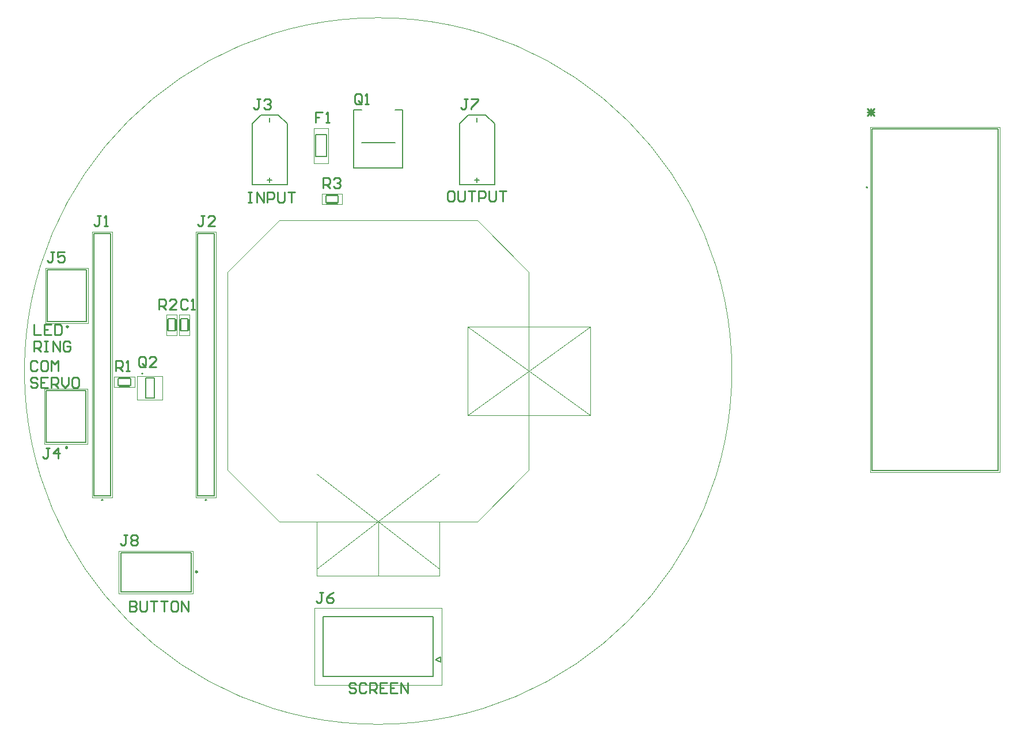
<source format=gto>
G04*
G04 #@! TF.GenerationSoftware,Altium Limited,Altium Designer,20.0.10 (225)*
G04*
G04 Layer_Color=65535*
%FSLAX25Y25*%
%MOIN*%
G70*
G01*
G75*
%ADD10C,0.01181*%
%ADD11C,0.00787*%
%ADD12C,0.00500*%
%ADD13C,0.00600*%
%ADD14C,0.01000*%
%ADD15C,0.00050*%
%ADD16C,0.00394*%
%ADD17C,0.00197*%
D10*
X56287Y191890D02*
G03*
X56287Y191890I-394J0D01*
G01*
X56787Y261890D02*
G03*
X56787Y261890I-394J0D01*
G01*
X131504Y119894D02*
G03*
X131504Y119894I-394J0D01*
G01*
X56287Y191890D02*
G03*
X56287Y191890I-394J0D01*
G01*
X56787Y261890D02*
G03*
X56787Y261890I-394J0D01*
G01*
X131504Y119894D02*
G03*
X131504Y119894I-394J0D01*
G01*
D11*
X519524Y342622D02*
G03*
X519524Y342622I-394J0D01*
G01*
X136894Y161437D02*
G03*
X136894Y161437I-394J0D01*
G01*
X76894D02*
G03*
X76894Y161437I-394J0D01*
G01*
X100167Y234751D02*
G03*
X100167Y234751I-394J0D01*
G01*
X141250Y163996D02*
Y316004D01*
X131750Y163996D02*
Y316004D01*
X141250D01*
X131750Y163996D02*
X141250D01*
X81250D02*
Y316004D01*
X71750Y163996D02*
Y316004D01*
X81250D01*
X71750Y163996D02*
X81250D01*
X519524Y342622D02*
G03*
X519524Y342622I-394J0D01*
G01*
X136894Y161437D02*
G03*
X136894Y161437I-394J0D01*
G01*
X76894D02*
G03*
X76894Y161437I-394J0D01*
G01*
X100167Y234751D02*
G03*
X100167Y234751I-394J0D01*
G01*
D12*
X44161Y195000D02*
Y225000D01*
Y195000D02*
X66996D01*
Y225000D01*
X44161D02*
X66996D01*
X119534Y259850D02*
Y266150D01*
X114101Y259850D02*
Y266150D01*
X206449Y363734D02*
Y369876D01*
X200150Y363734D02*
Y369876D01*
X522004Y376658D02*
X594996D01*
X522004Y178665D02*
Y376658D01*
X594996Y178665D02*
Y376658D01*
X522004Y178665D02*
X594996D01*
X206350Y338717D02*
X212650D01*
X206350Y333283D02*
X212650D01*
X173500Y380500D02*
Y383000D01*
Y345602D02*
Y348358D01*
X172122Y347000D02*
X174878D01*
X163264Y344421D02*
Y379500D01*
X168500Y384579D01*
X178500D01*
X183736Y379500D01*
Y344421D02*
Y379500D01*
X163264Y344421D02*
X183736D01*
X293500Y380500D02*
Y383000D01*
Y345602D02*
Y348358D01*
X292122Y347000D02*
X294878D01*
X283264Y344421D02*
Y379500D01*
X288500Y384579D01*
X298500D01*
X303736Y379500D01*
Y344421D02*
Y379500D01*
X283264Y344421D02*
X303736D01*
X44661Y265000D02*
Y295000D01*
Y265000D02*
X67496D01*
Y295000D01*
X44661D02*
X67496D01*
X204492Y87779D02*
Y93803D01*
X268075D01*
Y87779D02*
Y93803D01*
Y59276D02*
Y81244D01*
X204492Y59276D02*
X268075D01*
X204492D02*
Y81244D01*
X272228Y67425D02*
Y70575D01*
X269472Y69000D02*
X272228Y70575D01*
X269472Y69000D02*
X272228Y67425D01*
X87500Y108161D02*
Y113870D01*
Y125287D02*
Y130996D01*
Y108161D02*
X128000D01*
Y130996D01*
X87500D02*
X128000D01*
X87500Y113870D02*
Y125287D01*
X121283Y259850D02*
Y266150D01*
X126716Y259850D02*
Y266150D01*
X86227Y232716D02*
X92527D01*
X86227Y227284D02*
X92527D01*
X103711Y232133D02*
X106722D01*
X103711Y220715D02*
X106722D01*
Y223963D01*
Y228885D02*
Y232133D01*
X44161Y195000D02*
Y225000D01*
X66996D01*
Y195000D02*
Y225000D01*
X44161Y195000D02*
X66996D01*
X118786Y259457D02*
Y266543D01*
X114849Y259457D02*
Y266543D01*
Y259457D02*
X118786D01*
X114849Y266543D02*
X118786D01*
X200150Y373104D02*
X206449D01*
X200150Y360506D02*
X206449D01*
Y373104D01*
X200150Y360506D02*
Y373104D01*
X522004Y376658D02*
X594996D01*
Y178665D02*
Y376658D01*
X522004Y178665D02*
X594996D01*
X522004D02*
Y376658D01*
X205957Y337968D02*
X213043D01*
X205957Y334032D02*
X213043D01*
Y337968D01*
X205957Y334032D02*
Y337968D01*
X44661Y265000D02*
Y295000D01*
X67496D01*
Y265000D02*
Y295000D01*
X44661Y265000D02*
X67496D01*
X204492Y59276D02*
X268075D01*
Y93803D01*
X204492D02*
X268075D01*
X204492Y59276D02*
Y93803D01*
X272228Y67425D02*
Y70575D01*
X269472Y69000D02*
X272228Y70575D01*
X269472Y69000D02*
X272228Y67425D01*
X87500Y108161D02*
X128000D01*
X87500D02*
Y131000D01*
X128000D01*
Y108161D02*
Y131000D01*
X122031Y259457D02*
Y266543D01*
X125969Y259457D02*
Y266543D01*
X122031D02*
X125969D01*
X122031Y259457D02*
X125969D01*
X85834Y231968D02*
X92920D01*
X85834Y228031D02*
X92920D01*
Y231968D01*
X85834Y228031D02*
Y231968D01*
X101604Y232133D02*
X106722D01*
X101604Y220715D02*
Y232133D01*
Y220715D02*
X106722D01*
Y232133D01*
D13*
X250500Y354000D02*
Y387500D01*
X222000Y354000D02*
Y387500D01*
X226800D01*
X246200D02*
X250500D01*
X222000Y354000D02*
X250500D01*
X226800Y368700D02*
X246200D01*
D14*
X38999Y241096D02*
X37999Y242096D01*
X36000D01*
X35000Y241096D01*
Y237097D01*
X36000Y236098D01*
X37999D01*
X38999Y237097D01*
X43997Y242096D02*
X41998D01*
X40998Y241096D01*
Y237097D01*
X41998Y236098D01*
X43997D01*
X44997Y237097D01*
Y241096D01*
X43997Y242096D01*
X46996Y236098D02*
Y242096D01*
X48996Y240096D01*
X50995Y242096D01*
Y236098D01*
X38999Y231498D02*
X37999Y232498D01*
X36000D01*
X35000Y231498D01*
Y230499D01*
X36000Y229499D01*
X37999D01*
X38999Y228499D01*
Y227500D01*
X37999Y226500D01*
X36000D01*
X35000Y227500D01*
X44997Y232498D02*
X40998D01*
Y226500D01*
X44997D01*
X40998Y229499D02*
X42997D01*
X46996Y226500D02*
Y232498D01*
X49995D01*
X50995Y231498D01*
Y229499D01*
X49995Y228499D01*
X46996D01*
X48996D02*
X50995Y226500D01*
X52994Y232498D02*
Y228499D01*
X54993Y226500D01*
X56993Y228499D01*
Y232498D01*
X61991D02*
X59992D01*
X58992Y231498D01*
Y227500D01*
X59992Y226500D01*
X61991D01*
X62991Y227500D01*
Y231498D01*
X61991Y232498D01*
X37000Y263096D02*
Y257098D01*
X40999D01*
X46997Y263096D02*
X42998D01*
Y257098D01*
X46997D01*
X42998Y260097D02*
X44997D01*
X48996Y263096D02*
Y257098D01*
X51995D01*
X52995Y258097D01*
Y262096D01*
X51995Y263096D01*
X48996D01*
X37000Y247500D02*
Y253498D01*
X39999D01*
X40999Y252498D01*
Y250499D01*
X39999Y249499D01*
X37000D01*
X38999D02*
X40999Y247500D01*
X42998Y253498D02*
X44997D01*
X43998D01*
Y247500D01*
X42998D01*
X44997D01*
X47996D02*
Y253498D01*
X51995Y247500D01*
Y253498D01*
X57993Y252498D02*
X56994Y253498D01*
X54994D01*
X53995Y252498D01*
Y248500D01*
X54994Y247500D01*
X56994D01*
X57993Y248500D01*
Y250499D01*
X55994D01*
X279499Y340498D02*
X277500D01*
X276500Y339498D01*
Y335500D01*
X277500Y334500D01*
X279499D01*
X280499Y335500D01*
Y339498D01*
X279499Y340498D01*
X282498D02*
Y335500D01*
X283498Y334500D01*
X285497D01*
X286497Y335500D01*
Y340498D01*
X288496D02*
X292495D01*
X290495D01*
Y334500D01*
X294494D02*
Y340498D01*
X297493D01*
X298493Y339498D01*
Y337499D01*
X297493Y336499D01*
X294494D01*
X300492Y340498D02*
Y335500D01*
X301492Y334500D01*
X303491D01*
X304491Y335500D01*
Y340498D01*
X306490D02*
X310489D01*
X308490D01*
Y334500D01*
X161000Y339998D02*
X162999D01*
X162000D01*
Y334000D01*
X161000D01*
X162999D01*
X165998D02*
Y339998D01*
X169997Y334000D01*
Y339998D01*
X171996Y334000D02*
Y339998D01*
X174996D01*
X175995Y338998D01*
Y336999D01*
X174996Y335999D01*
X171996D01*
X177995Y339998D02*
Y335000D01*
X178994Y334000D01*
X180993D01*
X181993Y335000D01*
Y339998D01*
X183993D02*
X187991D01*
X185992D01*
Y334000D01*
X46000Y191499D02*
X44001D01*
X45001D01*
Y186501D01*
X44001Y185501D01*
X43001D01*
X42002Y186501D01*
X50999Y185501D02*
Y191499D01*
X48000Y188500D01*
X51998D01*
X92500Y102998D02*
Y97000D01*
X95499D01*
X96499Y98000D01*
Y98999D01*
X95499Y99999D01*
X92500D01*
X95499D01*
X96499Y100999D01*
Y101998D01*
X95499Y102998D01*
X92500D01*
X98498D02*
Y98000D01*
X99498Y97000D01*
X101497D01*
X102497Y98000D01*
Y102998D01*
X104496D02*
X108495D01*
X106495D01*
Y97000D01*
X110494Y102998D02*
X114493D01*
X112494D01*
Y97000D01*
X119491Y102998D02*
X117492D01*
X116492Y101998D01*
Y98000D01*
X117492Y97000D01*
X119491D01*
X120491Y98000D01*
Y101998D01*
X119491Y102998D01*
X122490Y97000D02*
Y102998D01*
X126489Y97000D01*
Y102998D01*
X223499Y54498D02*
X222499Y55498D01*
X220500D01*
X219500Y54498D01*
Y53499D01*
X220500Y52499D01*
X222499D01*
X223499Y51499D01*
Y50500D01*
X222499Y49500D01*
X220500D01*
X219500Y50500D01*
X229497Y54498D02*
X228497Y55498D01*
X226498D01*
X225498Y54498D01*
Y50500D01*
X226498Y49500D01*
X228497D01*
X229497Y50500D01*
X231496Y49500D02*
Y55498D01*
X234495D01*
X235495Y54498D01*
Y52499D01*
X234495Y51499D01*
X231496D01*
X233495D02*
X235495Y49500D01*
X241493Y55498D02*
X237494D01*
Y49500D01*
X241493D01*
X237494Y52499D02*
X239493D01*
X247491Y55498D02*
X243492D01*
Y49500D01*
X247491D01*
X243492Y52499D02*
X245492D01*
X249490Y49500D02*
Y55498D01*
X253489Y49500D01*
Y55498D01*
X109502Y272001D02*
Y277999D01*
X112501D01*
X113500Y276999D01*
Y275000D01*
X112501Y274000D01*
X109502D01*
X111501D02*
X113500Y272001D01*
X119498D02*
X115500D01*
X119498Y276000D01*
Y276999D01*
X118499Y277999D01*
X116499D01*
X115500Y276999D01*
X204098Y386103D02*
X200099D01*
Y383104D01*
X202099D01*
X200099D01*
Y380105D01*
X206098D02*
X208097D01*
X207097D01*
Y386103D01*
X206098Y385103D01*
X519350Y388210D02*
X523349Y384211D01*
X519350D02*
X523349Y388210D01*
X519350Y386210D02*
X523349D01*
X521349Y384211D02*
Y388210D01*
X204500Y342100D02*
Y348098D01*
X207499D01*
X208499Y347098D01*
Y345099D01*
X207499Y344099D01*
X204500D01*
X206499D02*
X208499Y342100D01*
X210498Y347098D02*
X211498Y348098D01*
X213497D01*
X214497Y347098D01*
Y346099D01*
X213497Y345099D01*
X212497D01*
X213497D01*
X214497Y344099D01*
Y343100D01*
X213497Y342100D01*
X211498D01*
X210498Y343100D01*
X167999Y393798D02*
X165999D01*
X166999D01*
Y388800D01*
X165999Y387800D01*
X165000D01*
X164000Y388800D01*
X169998Y392798D02*
X170998Y393798D01*
X172997D01*
X173997Y392798D01*
Y391799D01*
X172997Y390799D01*
X171997D01*
X172997D01*
X173997Y389799D01*
Y388800D01*
X172997Y387800D01*
X170998D01*
X169998Y388800D01*
X226699Y391800D02*
Y395798D01*
X225699Y396798D01*
X223700D01*
X222700Y395798D01*
Y391800D01*
X223700Y390800D01*
X225699D01*
X224699Y392799D02*
X226699Y390800D01*
X225699D02*
X226699Y391800D01*
X228698Y390800D02*
X230697D01*
X229698D01*
Y396798D01*
X228698Y395798D01*
X287999Y393798D02*
X285999D01*
X286999D01*
Y388800D01*
X285999Y387800D01*
X285000D01*
X284000Y388800D01*
X289998Y393798D02*
X293997D01*
Y392798D01*
X289998Y388800D01*
Y387800D01*
X135699Y326098D02*
X133699D01*
X134699D01*
Y321100D01*
X133699Y320100D01*
X132700D01*
X131700Y321100D01*
X141697Y320100D02*
X137698D01*
X141697Y324099D01*
Y325098D01*
X140697Y326098D01*
X138698D01*
X137698Y325098D01*
X75699Y326098D02*
X73699D01*
X74699D01*
Y321100D01*
X73699Y320100D01*
X72700D01*
X71700Y321100D01*
X77698Y320100D02*
X79697D01*
X78698D01*
Y326098D01*
X77698Y325098D01*
X48599Y305098D02*
X46599D01*
X47599D01*
Y300100D01*
X46599Y299100D01*
X45600D01*
X44600Y300100D01*
X54597Y305098D02*
X50598D01*
Y302099D01*
X52597Y303099D01*
X53597D01*
X54597Y302099D01*
Y300100D01*
X53597Y299100D01*
X51598D01*
X50598Y300100D01*
X204399Y107898D02*
X202399D01*
X203399D01*
Y102900D01*
X202399Y101900D01*
X201400D01*
X200400Y102900D01*
X210397Y107898D02*
X208397Y106898D01*
X206398Y104899D01*
Y102900D01*
X207398Y101900D01*
X209397D01*
X210397Y102900D01*
Y103899D01*
X209397Y104899D01*
X206398D01*
X90899Y141098D02*
X88899D01*
X89899D01*
Y136100D01*
X88899Y135100D01*
X87900D01*
X86900Y136100D01*
X92898Y140098D02*
X93898Y141098D01*
X95897D01*
X96897Y140098D01*
Y139099D01*
X95897Y138099D01*
X96897Y137099D01*
Y136100D01*
X95897Y135100D01*
X93898D01*
X92898Y136100D01*
Y137099D01*
X93898Y138099D01*
X92898Y139099D01*
Y140098D01*
X93898Y138099D02*
X95897D01*
X125899Y276998D02*
X124899Y277998D01*
X122900D01*
X121900Y276998D01*
Y273000D01*
X122900Y272000D01*
X124899D01*
X125899Y273000D01*
X127898Y272000D02*
X129897D01*
X128898D01*
Y277998D01*
X127898Y276998D01*
X84300Y236100D02*
Y242098D01*
X87299D01*
X88299Y241098D01*
Y239099D01*
X87299Y238099D01*
X84300D01*
X86299D02*
X88299Y236100D01*
X90298D02*
X92297D01*
X91298D01*
Y242098D01*
X90298Y241098D01*
X101700Y239524D02*
Y243522D01*
X100700Y244522D01*
X98701D01*
X97701Y243522D01*
Y239524D01*
X98701Y238524D01*
X100700D01*
X99701Y240523D02*
X101700Y238524D01*
X100700D02*
X101700Y239524D01*
X107698Y238524D02*
X103699D01*
X107698Y242523D01*
Y243522D01*
X106698Y244522D01*
X104699D01*
X103699Y243522D01*
D15*
X440970Y236245D02*
G03*
X440970Y236245I-204724J0D01*
G01*
X236245Y117545D02*
Y149041D01*
Y117545D02*
X271678D01*
Y149041D01*
X236245D02*
X271678D01*
X236245Y117545D02*
Y149041D01*
X200812Y117545D02*
X236245D01*
X200812D02*
Y149041D01*
X236245D01*
X288017Y261836D02*
X358883Y210655D01*
X288017D02*
X358883Y261836D01*
Y210655D02*
Y261836D01*
X288017Y210655D02*
X358883D01*
X288017D02*
Y261836D01*
X358883D01*
X200812Y176600D02*
X271678Y121482D01*
X200812D02*
X271678Y176600D01*
X293585Y149041D02*
X323450Y178906D01*
X178906Y149041D02*
X293585D01*
X149041Y178906D02*
X178906Y149041D01*
X149041Y178906D02*
Y293585D01*
X178906Y323450D01*
X293585D01*
X323450Y293585D01*
Y178906D02*
Y293585D01*
D16*
X131750Y316004D02*
X141250D01*
X131750Y163996D02*
Y316004D01*
Y163996D02*
X141250D01*
Y316004D01*
X131750D02*
X141250D01*
X131750Y163996D02*
Y316004D01*
Y163996D02*
X141250D01*
X71750Y316004D02*
X81250D01*
X71750Y163996D02*
Y316004D01*
Y163996D02*
X81250D01*
Y316004D01*
X71750D02*
X81250D01*
X71750Y163996D02*
Y316004D01*
Y163996D02*
X81250D01*
D17*
X43177Y194016D02*
Y225984D01*
X67980D01*
Y194016D02*
Y225984D01*
X43177Y194016D02*
X67980D01*
X119810Y257055D02*
Y268945D01*
X113826Y257055D02*
X119810D01*
X113826D02*
Y268945D01*
X119810D01*
X199166Y377041D02*
X207433D01*
X199166Y356569D02*
Y377041D01*
Y356569D02*
X207433D01*
Y377041D01*
X521020Y377642D02*
X595980D01*
Y177681D02*
Y377642D01*
X521020Y177681D02*
X595980D01*
X521020D02*
Y377642D01*
X203555Y338992D02*
X215445D01*
Y333008D02*
Y338992D01*
X203555Y333008D02*
X215445D01*
X203555D02*
Y338992D01*
X142234Y163012D02*
Y316988D01*
X130766D02*
X142234D01*
X130766Y163012D02*
Y316988D01*
Y163012D02*
X142234D01*
X82234D02*
Y316988D01*
X70766D02*
X82234D01*
X70766Y163012D02*
Y316988D01*
Y163012D02*
X82234D01*
X43677Y264016D02*
Y295984D01*
X68480D01*
Y264016D02*
Y295984D01*
X43677Y264016D02*
X68480D01*
X199492Y98803D02*
X273075D01*
Y54276D02*
Y98803D01*
X199492Y54276D02*
X273075D01*
X199492D02*
Y98803D01*
X86000Y107177D02*
X128984D01*
X86016D02*
Y131980D01*
X86000D02*
X128984D01*
Y107177D02*
Y131980D01*
X121008Y257055D02*
Y268945D01*
X126992D01*
Y257055D02*
Y268945D01*
X121008Y257055D02*
X126992D01*
X83432Y232992D02*
X95322D01*
Y227008D02*
Y232992D01*
X83432Y227008D02*
X95322D01*
X83432D02*
Y232992D01*
X111506Y219731D02*
Y233117D01*
X96821Y219731D02*
X111506D01*
X96821D02*
Y233117D01*
X111506D01*
M02*

</source>
